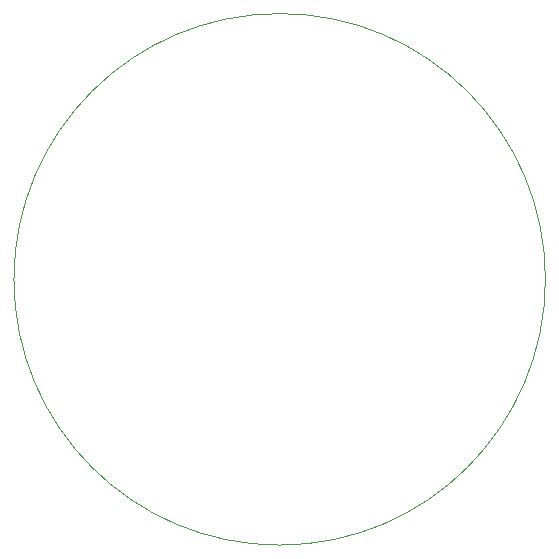
<source format=gbr>
%TF.GenerationSoftware,KiCad,Pcbnew,8.0.2-1*%
%TF.CreationDate,2024-09-20T10:56:37-06:00*%
%TF.ProjectId,FIT-Basic,4649542d-4261-4736-9963-2e6b69636164,rev?*%
%TF.SameCoordinates,Original*%
%TF.FileFunction,Profile,NP*%
%FSLAX46Y46*%
G04 Gerber Fmt 4.6, Leading zero omitted, Abs format (unit mm)*
G04 Created by KiCad (PCBNEW 8.0.2-1) date 2024-09-20 10:56:37*
%MOMM*%
%LPD*%
G01*
G04 APERTURE LIST*
%TA.AperFunction,Profile*%
%ADD10C,0.100000*%
%TD*%
G04 APERTURE END LIST*
D10*
X233200000Y-61300000D02*
G75*
G02*
X188200000Y-61300000I-22500000J0D01*
G01*
X188200000Y-61300000D02*
G75*
G02*
X233200000Y-61300000I22500000J0D01*
G01*
M02*

</source>
